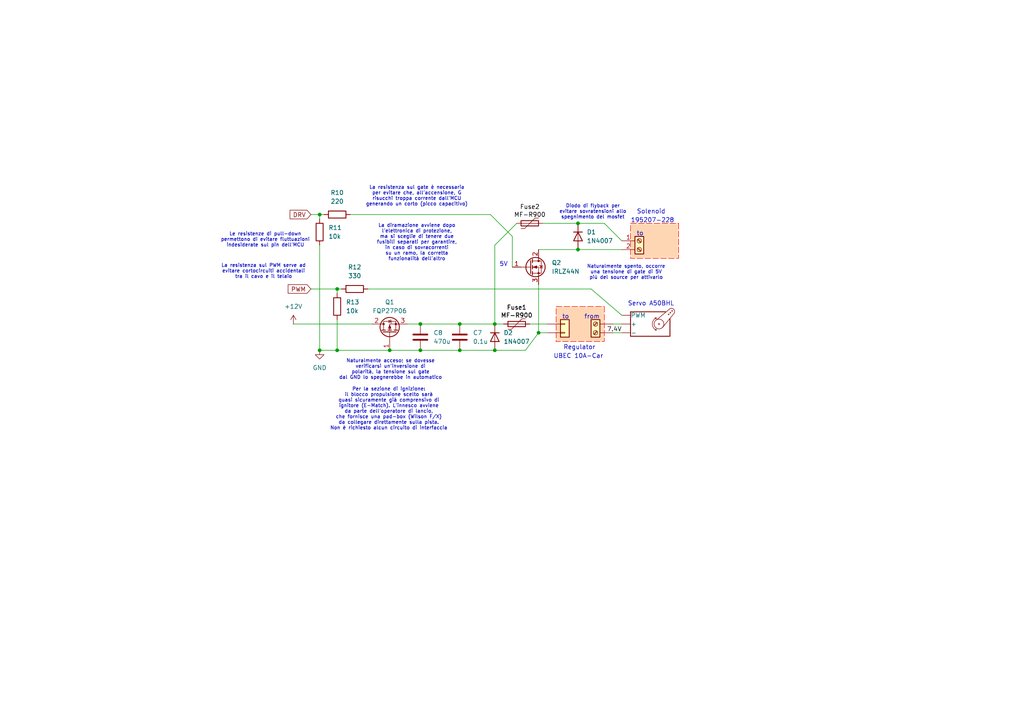
<source format=kicad_sch>
(kicad_sch (version 20250114) (generator "eeschema") (generator_version "9.0")
  (paper "A4")
  (title_block (title "Modulo Attuazione") (date "2025-11-28") (company "StarPi"))
  (lib_symbols
    (symbol "Conn_01x02_1" (pin_numbers (hide yes)) (pin_names (offset 1.016) (hide yes))
      (property "Reference" "J" (at 0 2.54 0))
      (property "Value" "Conn_01x02" (at 0 -5.08 0))
      (symbol "Conn_01x02_1_1_1"
        (rectangle (start -1.27 1.27) (end 1.27 -3.81) (stroke (width 0.254)) (fill (type background)))
        (rectangle (start -1.27 0.127) (end 0 -0.127) (stroke (width 0.1524)))
        (rectangle (start -1.27 -2.413) (end 0 -2.667) (stroke (width 0.1524)))
        (pin passive line (at -5.08 0 0) (length 3.81) (name "Pin_1") (number "1"))
        (pin passive line (at -5.08 -2.54 0) (length 3.81) (name "Pin_2") (number "2"))
      )
    )
    (symbol "Connector:Screw_Terminal_01x02" (pin_numbers (hide yes)) (pin_names (offset 1.016) (hide yes))
      (property "Reference" "J" (at 0 2.54 0))
      (property "Value" "Screw_Terminal_01x02" (at 0 -5.08 0))
      (symbol "Screw_Terminal_01x02_1_1"
        (rectangle (start -1.27 1.27) (end 1.27 -3.81) (stroke (width 0.254)) (fill (type background)))
        (polyline (pts (xy -0.5334 0.3302) (xy 0.3302 -0.508)) (stroke (width 0.1524)))
        (polyline (pts (xy -0.5334 -2.2098) (xy 0.3302 -3.048)) (stroke (width 0.1524)))
        (polyline (pts (xy -0.3556 0.508) (xy 0.508 -0.3302)) (stroke (width 0.1524)))
        (polyline (pts (xy -0.3556 -2.032) (xy 0.508 -2.8702)) (stroke (width 0.1524)))
        (circle (center 0 0) (radius 0.635) (stroke (width 0.1524)))
        (circle (center 0 -2.54) (radius 0.635) (stroke (width 0.1524)))
        (pin passive line (at -5.08 0 0) (length 3.81) (name "Pin_1") (number "1"))
        (pin passive line (at -5.08 -2.54 0) (length 3.81) (name "Pin_2") (number "2"))
      )
    )
    (symbol "Device:C" (pin_numbers (hide yes)) (pin_names (offset 0.254))
      (property "Reference" "C" (at 0.635 2.54 0))
      (property "Value" "C" (at 0.635 -2.54 0))
      (symbol "C_0_1"
        (polyline (pts (xy -2.032 0.762) (xy 2.032 0.762)) (stroke (width 0.508)))
        (polyline (pts (xy -2.032 -0.762) (xy 2.032 -0.762)) (stroke (width 0.508)))
      )
      (symbol "C_1_1"
        (pin passive line (at 0 3.81 270) (length 2.794) (name "~") (number "1"))
        (pin passive line (at 0 -3.81 90) (length 2.794) (name "~") (number "2"))
      )
    )
    (symbol "Device:Polyfuse" (pin_numbers (hide yes)) (pin_names (offset 0))
      (property "Reference" "F" (at -2.54 0 90))
      (property "Value" "Polyfuse" (at 2.54 0 90))
      (symbol "Polyfuse_0_1"
        (polyline (pts (xy -1.524 2.54) (xy -1.524 1.524) (xy 1.524 -1.524) (xy 1.524 -2.54)))
        (rectangle (start -0.762 2.54) (end 0.762 -2.54) (stroke (width 0.254)))
        (polyline (pts (xy 0 2.54) (xy 0 -2.54)))
      )
      (symbol "Polyfuse_1_1"
        (pin passive line (at 0 3.81 270) (length 1.27) (name "~") (number "1"))
        (pin passive line (at 0 -3.81 90) (length 1.27) (name "~") (number "2"))
      )
    )
    (symbol "Device:R" (pin_numbers (hide yes)) (pin_names (offset 0))
      (property "Reference" "R" (at 2.032 0 90))
      (property "Value" "R" (at 0 0 90))
      (symbol "R_0_1"
        (rectangle (start -1.016 -2.54) (end 1.016 2.54) (stroke (width 0.254)))
      )
      (symbol "R_1_1"
        (pin passive line (at 0 3.81 270) (length 1.27) (name "~") (number "1"))
        (pin passive line (at 0 -3.81 90) (length 1.27) (name "~") (number "2"))
      )
    )
    (symbol "Diode:1N4007" (pin_numbers (hide yes)) (pin_names (hide yes))
      (property "Reference" "D" (at 0 2.54 0))
      (property "Value" "1N4007" (at 0 -2.54 0))
      (symbol "1N4007_0_1"
        (polyline (pts (xy -1.27 1.27) (xy -1.27 -1.27)) (stroke (width 0.254)))
        (polyline (pts (xy 1.27 1.27) (xy 1.27 -1.27) (xy -1.27 0) (xy 1.27 1.27)) (stroke (width 0.254)))
        (polyline (pts (xy 1.27 0) (xy -1.27 0)))
      )
      (symbol "1N4007_1_1"
        (pin passive line (at -3.81 0 0) (length 2.54) (name "K") (number "1"))
        (pin passive line (at 3.81 0 180) (length 2.54) (name "A") (number "2"))
      )
    )
    (symbol "FQP27P06_1" (pin_names (hide yes))
      (property "Reference" "Q" (at 5.08 1.905 0))
      (property "Value" "FQP27P06" (at 5.08 0 0))
      (symbol "FQP27P06_1_0_1"
        (polyline (pts (xy 0.254 1.905) (xy 0.254 -1.905)) (stroke (width 0.254)))
        (polyline (pts (xy 0.254 0) (xy -2.54 0)))
        (polyline (pts (xy 0.762 2.286) (xy 0.762 1.27)) (stroke (width 0.254)))
        (polyline (pts (xy 0.762 1.778) (xy 3.302 1.778) (xy 3.302 -1.778) (xy 0.762 -1.778)))
        (polyline (pts (xy 0.762 0.508) (xy 0.762 -0.508)) (stroke (width 0.254)))
        (polyline (pts (xy 0.762 -1.27) (xy 0.762 -2.286)) (stroke (width 0.254)))
        (circle (center 1.651 0) (radius 2.794) (stroke (width 0.254)))
        (polyline (pts (xy 2.286 0) (xy 1.27 0.381) (xy 1.27 -0.381) (xy 2.286 0)) (fill (type outline)))
        (polyline (pts (xy 2.54 2.54) (xy 2.54 1.778)))
        (circle (center 2.54 1.778) (radius 0.254) (fill (type outline)))
        (circle (center 2.54 -1.778) (radius 0.254) (fill (type outline)))
        (polyline (pts (xy 2.54 -2.54) (xy 2.54 0) (xy 0.762 0)))
        (polyline (pts (xy 2.794 -0.508) (xy 2.921 -0.381) (xy 3.683 -0.381) (xy 3.81 -0.254)))
        (polyline (pts (xy 3.302 -0.381) (xy 2.921 0.254) (xy 3.683 0.254) (xy 3.302 -0.381)))
      )
      (symbol "FQP27P06_1_1_1"
        (pin input line (at -5.08 0 0) (length 2.54) (name "G") (number "1"))
        (pin passive line (at 2.54 5.08 270) (length 2.54) (name "D") (number "2"))
        (pin passive line (at 2.54 -5.08 90) (length 2.54) (name "S") (number "3"))
      )
    )
    (symbol "Motor:Motor_Servo" (pin_numbers (hide yes)) (pin_names (offset 0.0254))
      (property "Reference" "M" (at -5.08 4.445 0))
      (property "Value" "Motor_Servo" (at -5.08 -4.064 0))
      (symbol "Motor_Servo_0_1"
        (polyline (pts (xy 2.413 1.778) (xy 1.905 1.778)))
        (polyline (pts (xy 2.413 1.778) (xy 2.286 1.397)))
        (polyline (pts (xy 2.413 -1.778) (xy 2.032 -1.778)))
        (polyline (pts (xy 2.413 -1.778) (xy 2.286 -1.397)))
        (arc (start 2.413 -1.778) (mid 1.2406 0) (end 2.413 1.778))
        (circle (center 3.175 0) (radius 0.1778))
        (circle (center 3.175 0) (radius 1.4224))
        (polyline (pts (xy 5.08 3.556) (xy -5.08 3.556) (xy -5.08 -3.556) (xy 6.35 -3.556) (xy 6.35 1.524)) (stroke (width 0.254)))
        (circle (center 5.969 2.794) (radius 0.127))
        (polyline (pts (xy 6.35 4.445) (xy 2.54 1.27)))
        (circle (center 6.477 3.302) (radius 0.127))
        (arc (start 6.35 4.445) (mid 7.4487 4.2737) (end 7.62 3.175))
        (circle (center 6.985 3.81) (radius 0.127))
        (polyline (pts (xy 7.62 3.175) (xy 4.191 -1.016)))
      )
      (symbol "Motor_Servo_1_1"
        (pin passive line (at -7.62 2.54 0) (length 2.54) (name "PWM") (number "1"))
        (pin passive line (at -7.62 0 0) (length 2.54) (name "+") (number "2"))
        (pin passive line (at -7.62 -2.54 0) (length 2.54) (name "-") (number "3"))
      )
    )
    (symbol "Screw_Terminal_01x02_1" (pin_names (offset 1.016) (hide yes))
      (property "Reference" "J" (at 0 2.54 0))
      (property "Value" "Screw_Terminal_01x02" (at 0 -5.08 0))
      (symbol "Screw_Terminal_01x02_1_1_1"
        (rectangle (start -1.27 1.27) (end 1.27 -3.81) (stroke (width 0.254)) (fill (type background)))
        (polyline (pts (xy -0.5334 0.3302) (xy 0.3302 -0.508)) (stroke (width 0.1524)))
        (polyline (pts (xy -0.5334 -2.2098) (xy 0.3302 -3.048)) (stroke (width 0.1524)))
        (polyline (pts (xy -0.3556 0.508) (xy 0.508 -0.3302)) (stroke (width 0.1524)))
        (polyline (pts (xy -0.3556 -2.032) (xy 0.508 -2.8702)) (stroke (width 0.1524)))
        (circle (center 0 0) (radius 0.635) (stroke (width 0.1524)))
        (circle (center 0 -2.54) (radius 0.635) (stroke (width 0.1524)))
        (pin passive line (at -5.08 0 0) (length 3.81) (name "Pin_1") (number "1"))
        (pin passive line (at -5.08 -2.54 0) (length 3.81) (name "Pin_2") (number "2"))
      )
    )
    (symbol "Transistor_FET:IRLZ44N" (pin_names (hide yes))
      (property "Reference" "Q" (at 5.08 1.905 0))
      (property "Value" "IRLZ44N" (at 5.08 0 0))
      (symbol "IRLZ44N_0_1"
        (polyline (pts (xy 0.254 1.905) (xy 0.254 -1.905)) (stroke (width 0.254)))
        (polyline (pts (xy 0.254 0) (xy -2.54 0)))
        (polyline (pts (xy 0.762 2.286) (xy 0.762 1.27)) (stroke (width 0.254)))
        (polyline (pts (xy 0.762 0.508) (xy 0.762 -0.508)) (stroke (width 0.254)))
        (polyline (pts (xy 0.762 -1.27) (xy 0.762 -2.286)) (stroke (width 0.254)))
        (polyline (pts (xy 0.762 -1.778) (xy 3.302 -1.778) (xy 3.302 1.778) (xy 0.762 1.778)))
        (polyline (pts (xy 1.016 0) (xy 2.032 0.381) (xy 2.032 -0.381) (xy 1.016 0)) (fill (type outline)))
        (circle (center 1.651 0) (radius 2.794) (stroke (width 0.254)))
        (polyline (pts (xy 2.54 2.54) (xy 2.54 1.778)))
        (circle (center 2.54 1.778) (radius 0.254) (fill (type outline)))
        (circle (center 2.54 -1.778) (radius 0.254) (fill (type outline)))
        (polyline (pts (xy 2.54 -2.54) (xy 2.54 0) (xy 0.762 0)))
        (polyline (pts (xy 2.794 0.508) (xy 2.921 0.381) (xy 3.683 0.381) (xy 3.81 0.254)))
        (polyline (pts (xy 3.302 0.381) (xy 2.921 -0.254) (xy 3.683 -0.254) (xy 3.302 0.381)))
      )
      (symbol "IRLZ44N_1_1"
        (pin input line (at -5.08 0 0) (length 2.54) (name "G") (number "1"))
        (pin passive line (at 2.54 5.08 270) (length 2.54) (name "D") (number "2"))
        (pin passive line (at 2.54 -5.08 90) (length 2.54) (name "S") (number "3"))
      )
    )
    (symbol "power:+12V" (power) (pin_numbers (hide yes)) (pin_names (offset 0) (hide yes))
      (property "Value" "+12V" (at 0 3.556 0))
      (symbol "+12V_0_1"
        (polyline (pts (xy -0.762 1.27) (xy 0 2.54)))
        (polyline (pts (xy 0 2.54) (xy 0.762 1.27)))
        (polyline (pts (xy 0 0) (xy 0 2.54)))
      )
      (symbol "+12V_1_1"
        (pin power_in line (at 0 0 90) (length 0) (name "~") (number "1"))
      )
    )
    (symbol "power:GND" (power) (pin_numbers (hide yes)) (pin_names (offset 0) (hide yes))
      (property "Value" "GND" (at 0 -3.81 0))
      (symbol "GND_0_1"
        (polyline (pts (xy 0 0) (xy 0 -1.27) (xy 1.27 -1.27) (xy 0 -2.54) (xy -1.27 -1.27) (xy 0 -1.27)))
      )
      (symbol "GND_1_1"
        (pin power_in line (at 0 0 270) (length 0) (name "~") (number "1"))
      )
    )
  )
  (text "Diodo di flyback per\nevitare sovratensioni allo\nspegnimento del mosfet" (at 171.958 61.468 0) (effects (font (size 1 1))))
  (text "5V" (at 147.32 77.47 0) (effects (font (size 1.27 1.27)) (justify right bottom)))
  (text "Le resistenze di pull-down\npermettono di evitare fluttuazioni\nindesiderate sul pin dell'MCU" (at 76.962 69.596 0) (effects (font (size 1 1))))
  (text "Servo A50BHL" (at 195.58 88.9 0) (effects (font (size 1.27 1.27)) (justify right bottom)))
  (text "Naturalmente spento, occorre\nuna tensione di gate di 5V\npiù del source per attivarlo" (at 181.61 78.994 0) (effects (font (size 1 1))))
  (text "Per la sezione di ignizione:\nil blocco propulsione scelto sarà\nquasi sicuramente già comprensivo di\nignitore (E-Match). L'innesco avviene\nda parte dell'operatore di lancio,\nche fornisce una pad-box (Wilson F/X)\nda collegare direttamente sulla pista.\nNon è richiesto alcun circuito di interfaccia" (at 112.776 118.618 0) (effects (font (size 1 1))))
  (text "to" (at 165.1 92.71 0) (effects (font (size 1.27 1.27)) (justify right bottom)))
  (text "La resistenza sul gate è necessaria\nper evitare che, all'accensione, G\nrisucchi troppa corrente dall'MCU\ngenerando un corto (picco capacitivo)" (at 120.904 56.896 0) (effects (font (size 1 1))))
  (text "from" (at 173.99 92.71 0) (effects (font (size 1.27 1.27)) (justify right bottom)))
  (text "Solenoid" (at 193.04 62.23 0) (effects (font (size 1.27 1.27)) (justify right bottom)))
  (text "UBEC 10A-Car" (at 175.006 104.14 0) (effects (font (size 1.27 1.27)) (justify right bottom)))
  (text "to" (at 186.69 68.58 0) (effects (font (size 1.27 1.27)) (justify right bottom)))
  (text "Naturalmente acceso; se dovesse\nverificarsi un'inversione di\npolarità, la tensione sul gate\ndal GND lo spegnerebbe in automatico" (at 113.284 107.188 0) (effects (font (size 1 1))))
  (text "Regulator" (at 172.72 101.6 0) (effects (font (size 1.27 1.27)) (justify right bottom)))
  (text "195207-228" (at 195.58 64.77 0) (effects (font (size 1.27 1.27)) (justify right bottom)))
  (text "La diramazione avviene dopo\nl'elettronica di protezione,\nma si sceglie di tenere due\nfusibili separati per garantire,\nin caso di sovracorrenti\nsu un ramo, la corretta\nfunzionalità dell'altro" (at 120.904 70.358 0) (effects (font (size 1 1))))
  (text "La resistenza sul PWM serve ad\nevitare cortocircuiti accidentali\ntra il cavo e il telaio" (at 76.454 78.74 0) (effects (font (size 1 1))))
  (junction (at 92.71 62.23))
  (junction (at 133.35 93.98))
  (junction (at 143.51 93.98))
  (junction (at 167.64 72.39))
  (junction (at 97.79 101.6))
  (junction (at 121.92 101.6))
  (junction (at 133.35 101.6))
  (junction (at 156.21 96.52))
  (junction (at 167.64 64.77))
  (junction (at 121.92 93.98))
  (junction (at 92.71 101.6))
  (junction (at 143.51 101.6))
  (junction (at 97.79 83.82))
  (junction (at 113.03 101.6))
  (wire (pts (xy 148.59 77.47) (xy 148.59 68.58)))
  (wire (pts (xy 97.79 85.09) (xy 97.79 83.82)))
  (wire (pts (xy 143.51 101.6) (xy 152.4 101.6)))
  (wire (pts (xy 167.64 72.39) (xy 180.34 72.39)))
  (wire (pts (xy 146.05 93.98) (xy 143.51 93.98)))
  (wire (pts (xy 97.79 101.6) (xy 113.03 101.6)))
  (wire (pts (xy 90.17 83.82) (xy 97.79 83.82)))
  (wire (pts (xy 156.21 82.55) (xy 156.21 96.52)))
  (wire (pts (xy 156.21 72.39) (xy 167.64 72.39)))
  (wire (pts (xy 118.11 93.98) (xy 121.92 93.98)))
  (wire (pts (xy 133.35 101.6) (xy 143.51 101.6)))
  (wire (pts (xy 152.4 101.6) (xy 156.21 96.52)))
  (wire (pts (xy 113.03 101.6) (xy 121.92 101.6)))
  (wire (pts (xy 97.79 92.71) (xy 97.79 101.6)))
  (wire (pts (xy 121.92 93.98) (xy 133.35 93.98)))
  (wire (pts (xy 92.71 101.6) (xy 97.79 101.6)))
  (wire (pts (xy 177.8 96.52) (xy 180.34 96.52)))
  (wire (pts (xy 93.98 62.23) (xy 92.71 62.23)))
  (wire (pts (xy 92.71 71.12) (xy 92.71 101.6)))
  (wire (pts (xy 157.48 64.77) (xy 167.64 64.77)))
  (wire (pts (xy 156.21 96.52) (xy 158.75 96.52)))
  (wire (pts (xy 177.8 93.98) (xy 180.34 93.98)))
  (wire (pts (xy 92.71 62.23) (xy 92.71 63.5)))
  (wire (pts (xy 149.86 64.77) (xy 143.51 71.12)))
  (wire (pts (xy 180.34 69.85) (xy 175.26 64.77)))
  (wire (pts (xy 133.35 93.98) (xy 143.51 93.98)))
  (wire (pts (xy 153.67 93.98) (xy 158.75 93.98)))
  (wire (pts (xy 106.68 83.82) (xy 171.45 83.82)))
  (wire (pts (xy 143.51 71.12) (xy 143.51 93.98)))
  (wire (pts (xy 167.64 64.77) (xy 175.26 64.77)))
  (wire (pts (xy 121.92 101.6) (xy 133.35 101.6)))
  (wire (pts (xy 101.6 62.23) (xy 142.24 62.23)))
  (wire (pts (xy 148.59 68.58) (xy 142.24 62.23)))
  (wire (pts (xy 90.17 62.23) (xy 92.71 62.23)))
  (wire (pts (xy 97.79 83.82) (xy 99.06 83.82)))
  (wire (pts (xy 171.45 83.82) (xy 180.34 91.44)))
  (wire (pts (xy 85.09 93.98) (xy 107.95 93.98)))
  (label "7.4V" (at 180.34 96.52 180))
  (global_label "PWM" (shape input) (at 90.17 83.82 180) (property "Intersheetrefs" "${INTERSHEET_REFS}" (effects (hide yes))))
  (global_label "DRV" (shape input) (at 90.17 62.23 180) (property "Intersheetrefs" "${INTERSHEET_REFS}" (effects (hide yes))))
  (rule_area (polyline (pts (xy 196.85 64.77) (xy 196.85 74.93) (xy 182.88 74.93) (xy 182.88 64.77)) (stroke (width 0) (type dash)) (fill (type color) (color 255 214 180 1))))
  (rule_area (polyline (pts (xy 175.26 88.9) (xy 175.26 99.06) (xy 161.29 99.06) (xy 161.29 88.9)) (stroke (width 0) (type dash)) (fill (type color) (color 255 214 180 1))))
  (symbol (lib_name "Screw_Terminal_01x02_1") (lib_id "Connector:Screw_Terminal_01x02") (at 185.42 69.85 0) (unit 1)
    (property "Reference" "J4" (effects (hide yes)))
    (property "Value" "Screw_Terminal_01x02" (effects (hide yes)))
    (property "Description" "Generic screw terminal, single row, 01x02, script generated (kicad-library-utils/schlib/autogen/connector/)" (effects (hide yes)))
  )
  (symbol (lib_id "Device:Polyfuse") (at 149.86 93.98 90) (unit 1)
    (property "Reference" "Fuse1" (at 149.86 89.154 90))
    (property "Value" "MF-R900" (at 149.86 91.44 90))
    (property "Description" "Resettable fuse, polymeric positive temperature coefficient" (effects (hide yes)))
  )
  (symbol (lib_id "Device:C") (at 121.92 97.79 0) (unit 1)
    (property "Reference" "C8" (at 125.73 96.5199 0) (effects (justify left)))
    (property "Value" "470u" (at 125.73 99.0599 0) (effects (justify left)))
    (property "Description" "Unpolarized capacitor" (effects (hide yes)))
  )
  (symbol (lib_id "Device:R") (at 97.79 88.9 180) (unit 1)
    (property "Reference" "R13" (at 100.33 87.6299 0) (effects (justify right)))
    (property "Value" "10k" (at 100.33 90.1699 0) (effects (justify right)))
    (property "Description" "Resistor" (effects (hide yes)))
  )
  (symbol (lib_id "Device:C") (at 133.35 97.79 0) (unit 1)
    (property "Reference" "C7" (at 137.16 96.5199 0) (effects (justify left)))
    (property "Value" "0.1u" (at 137.16 99.0599 0) (effects (justify left)))
    (property "Description" "Unpolarized capacitor" (effects (hide yes)))
  )
  (symbol (lib_id "Device:R") (at 97.79 62.23 90) (unit 1)
    (property "Reference" "R10" (at 97.79 55.88 90))
    (property "Value" "220" (at 97.79 58.42 90))
    (property "Description" "Resistor" (effects (hide yes)))
  )
  (symbol (lib_id "power:+12V") (at 85.09 93.98 0) (unit 1)
    (property "Reference" "#PWR018" (effects (hide yes)))
    (property "Value" "+12V" (at 85.09 88.9 0))
    (property "Description" "Power symbol creates a global label with name \"+12V\"" (effects (hide yes)))
  )
  (symbol (lib_id "Motor:Motor_Servo") (at 187.96 93.98 0) (unit 1)
    (property "Reference" "M1" (effects (hide yes)))
    (property "Value" "Motor_Servo" (effects (hide yes)))
    (property "Datasheet" "http://forums.parallax.com/uploads/attachments/46831/74481.png" (effects (hide yes)))
    (property "Description" "Servo Motor (Futaba, HiTec, JR connector)" (effects (hide yes)))
  )
  (symbol (lib_name "Conn_01x02_1") (lib_id "Connector_Generic:Conn_01x02") (at 163.83 93.98 0) (unit 1)
    (property "Reference" "J1" (effects (hide yes)))
    (property "Value" "Conn_01x02" (effects (hide yes)))
    (property "Description" "Generic connector, single row, 01x02, script generated (kicad-library-utils/schlib/autogen/connector/)" (effects (hide yes)))
  )
  (symbol (lib_id "Connector:Screw_Terminal_01x02") (at 172.72 93.98 0) (mirror y) (unit 1)
    (property "Reference" "J2" (effects (hide yes)))
    (property "Description" "Generic screw terminal, single row, 01x02, script generated (kicad-library-utils/schlib/autogen/connector/)" (effects (hide yes)))
  )
  (symbol (lib_id "power:GND") (at 92.71 101.6 0) (unit 1)
    (property "Reference" "#PWR017" (effects (hide yes)))
    (property "Value" "GND" (at 92.71 106.68 0))
    (property "Description" "Power symbol creates a global label with name \"GND\" , ground" (effects (hide yes)))
  )
  (symbol (lib_id "Device:Polyfuse") (at 153.67 64.77 90) (unit 1)
    (property "Reference" "Fuse2" (at 153.67 59.944 90))
    (property "Value" "MF-R900" (at 153.67 62.23 90))
    (property "Description" "Resettable fuse, polymeric positive temperature coefficient" (effects (hide yes)))
  )
  (symbol (lib_id "Diode:1N4007") (at 143.51 97.79 270) (unit 1)
    (property "Reference" "D2" (at 146.05 96.5199 90) (effects (justify left)))
    (property "Value" "1N4007" (at 146.05 99.0599 90) (effects (justify left)))
    (property "Footprint" "Diode_THT:D_DO-41_SOD81_P10.16mm_Horizontal" (effects (hide yes)))
    (property "Datasheet" "http://www.vishay.com/docs/88503/1n4001.pdf" (effects (hide yes)))
    (property "Description" "1000V 1A General Purpose Rectifier Diode, DO-41" (effects (hide yes)))
    (property "Sim.Device" "D" (effects (hide yes)))
    (property "Sim.Pins" "1=K 2=A" (effects (hide yes)))
  )
  (symbol (lib_name "FQP27P06_1") (lib_id "Transistor_FET:FQP27P06") (at 113.03 96.52 90) (unit 1)
    (property "Reference" "Q1" (at 113.03 87.63 90))
    (property "Value" "FQP27P06" (at 113.03 90.17 90))
    (property "Footprint" "Package_TO_SOT_THT:TO-220-3_Vertical" (effects (hide yes)))
    (property "Datasheet" "https://www.onsemi.com/pub/Collateral/FQP27P06-D.PDF" (effects (hide yes)))
    (property "Description" "-27A Id, -60V Vds, QFET P-Channel MOSFET, TO-220" (effects (hide yes)))
  )
  (symbol (lib_id "Diode:1N4007") (at 167.64 68.58 270) (unit 1)
    (property "Reference" "D1" (at 170.18 67.3099 90) (effects (justify left)))
    (property "Value" "1N4007" (at 170.18 69.8499 90) (effects (justify left)))
    (property "Footprint" "Diode_THT:D_DO-41_SOD81_P10.16mm_Horizontal" (effects (hide yes)))
    (property "Datasheet" "http://www.vishay.com/docs/88503/1n4001.pdf" (effects (hide yes)))
    (property "Description" "1000V 1A General Purpose Rectifier Diode, DO-41" (effects (hide yes)))
    (property "Sim.Device" "D" (effects (hide yes)))
    (property "Sim.Pins" "1=K 2=A" (effects (hide yes)))
  )
  (symbol (lib_id "Device:R") (at 92.71 67.31 180) (unit 1)
    (property "Reference" "R11" (at 95.25 66.0399 0) (effects (justify right)))
    (property "Value" "10k" (at 95.25 68.5799 0) (effects (justify right)))
    (property "Description" "Resistor" (effects (hide yes)))
  )
  (symbol (lib_id "Transistor_FET:IRLZ44N") (at 153.67 77.47 0) (unit 1)
    (property "Reference" "Q2" (at 160.02 76.1999 0) (effects (justify left)))
    (property "Value" "IRLZ44N" (at 160.02 78.7399 0) (effects (justify left)))
    (property "Footprint" "Package_TO_SOT_THT:TO-220-3_Vertical" (effects (hide yes)))
    (property "Datasheet" "http://www.irf.com/product-info/datasheets/data/irlz44n.pdf" (effects (hide yes)))
    (property "Description" "47A Id, 55V Vds, 22mOhm Rds Single N-Channel HEXFET Power MOSFET, TO-220AB" (effects (hide yes)))
  )
  (symbol (lib_id "Device:R") (at 102.87 83.82 90) (unit 1)
    (property "Reference" "R12" (at 102.87 77.47 90))
    (property "Value" "330" (at 102.87 80.01 90))
    (property "Description" "Resistor" (effects (hide yes)))
  )
)
</source>
